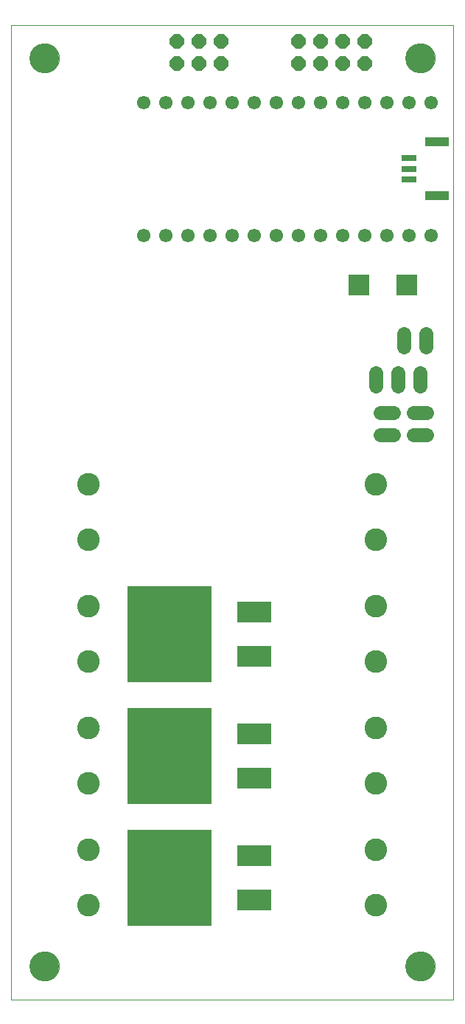
<source format=gbs>
G75*
%MOIN*%
%OFA0B0*%
%FSLAX25Y25*%
%IPPOS*%
%LPD*%
%AMOC8*
5,1,8,0,0,1.08239X$1,22.5*
%
%ADD10C,0.00300*%
%ADD11C,0.10243*%
%ADD12R,0.15400X0.09534*%
%ADD13R,0.38392X0.43707*%
%ADD14R,0.09400X0.09400*%
%ADD15OC8,0.06400*%
%ADD16C,0.06400*%
%ADD17C,0.06100*%
%ADD18C,0.00000*%
%ADD19C,0.13400*%
%ADD20R,0.07093X0.02762*%
%ADD21R,0.11030X0.04337*%
D10*
X0255000Y0285000D02*
X0455000Y0285000D01*
X0455000Y0725000D01*
X0255000Y0725000D01*
X0255000Y0285000D01*
D11*
X0290000Y0327500D03*
X0290000Y0352500D03*
X0290000Y0382500D03*
X0290000Y0407500D03*
X0290000Y0437500D03*
X0290000Y0462500D03*
X0290000Y0492500D03*
X0290000Y0517500D03*
X0420000Y0517500D03*
X0420000Y0492500D03*
X0420000Y0462500D03*
X0420000Y0437500D03*
X0420000Y0407500D03*
X0420000Y0382500D03*
X0420000Y0352500D03*
X0420000Y0327500D03*
D12*
X0364882Y0330000D03*
X0364882Y0350000D03*
X0364882Y0385000D03*
X0364882Y0405000D03*
X0364882Y0440000D03*
X0364882Y0460000D03*
D13*
X0326614Y0450000D03*
X0326614Y0395000D03*
X0326614Y0340000D03*
D14*
X0412275Y0607500D03*
X0433975Y0607500D03*
D15*
X0415000Y0707500D03*
X0415000Y0717500D03*
X0405000Y0717500D03*
X0405000Y0707500D03*
X0395000Y0707500D03*
X0395000Y0717500D03*
X0385000Y0717500D03*
X0385000Y0707500D03*
X0350000Y0707500D03*
X0350000Y0717500D03*
X0340000Y0717500D03*
X0340000Y0707500D03*
X0330000Y0707500D03*
X0330000Y0717500D03*
D16*
X0432500Y0585500D02*
X0432500Y0579500D01*
X0430000Y0568000D02*
X0430000Y0562000D01*
X0440000Y0562000D02*
X0440000Y0568000D01*
X0442500Y0579500D02*
X0442500Y0585500D01*
X0420000Y0568000D02*
X0420000Y0562000D01*
X0422000Y0550000D02*
X0428000Y0550000D01*
X0437000Y0550000D02*
X0443000Y0550000D01*
X0443000Y0540000D02*
X0437000Y0540000D01*
X0428000Y0540000D02*
X0422000Y0540000D01*
D17*
X0425000Y0630000D03*
X0415000Y0630000D03*
X0405000Y0630000D03*
X0395000Y0630000D03*
X0385000Y0630000D03*
X0375000Y0630000D03*
X0365000Y0630000D03*
X0355000Y0630000D03*
X0345000Y0630000D03*
X0335000Y0630000D03*
X0325000Y0630000D03*
X0315000Y0630000D03*
X0315000Y0690000D03*
X0325000Y0690000D03*
X0335000Y0690000D03*
X0345000Y0690000D03*
X0355000Y0690000D03*
X0365000Y0690000D03*
X0375000Y0690000D03*
X0385000Y0690000D03*
X0395000Y0690000D03*
X0405000Y0690000D03*
X0415000Y0690000D03*
X0425000Y0690000D03*
X0435000Y0690000D03*
X0445000Y0690000D03*
X0445000Y0630000D03*
X0435000Y0630000D03*
D18*
X0433500Y0710000D02*
X0433502Y0710161D01*
X0433508Y0710321D01*
X0433518Y0710482D01*
X0433532Y0710642D01*
X0433550Y0710802D01*
X0433571Y0710961D01*
X0433597Y0711120D01*
X0433627Y0711278D01*
X0433660Y0711435D01*
X0433698Y0711592D01*
X0433739Y0711747D01*
X0433784Y0711901D01*
X0433833Y0712054D01*
X0433886Y0712206D01*
X0433942Y0712357D01*
X0434003Y0712506D01*
X0434066Y0712654D01*
X0434134Y0712800D01*
X0434205Y0712944D01*
X0434279Y0713086D01*
X0434357Y0713227D01*
X0434439Y0713365D01*
X0434524Y0713502D01*
X0434612Y0713636D01*
X0434704Y0713768D01*
X0434799Y0713898D01*
X0434897Y0714026D01*
X0434998Y0714151D01*
X0435102Y0714273D01*
X0435209Y0714393D01*
X0435319Y0714510D01*
X0435432Y0714625D01*
X0435548Y0714736D01*
X0435667Y0714845D01*
X0435788Y0714950D01*
X0435912Y0715053D01*
X0436038Y0715153D01*
X0436166Y0715249D01*
X0436297Y0715342D01*
X0436431Y0715432D01*
X0436566Y0715519D01*
X0436704Y0715602D01*
X0436843Y0715682D01*
X0436985Y0715758D01*
X0437128Y0715831D01*
X0437273Y0715900D01*
X0437420Y0715966D01*
X0437568Y0716028D01*
X0437718Y0716086D01*
X0437869Y0716141D01*
X0438022Y0716192D01*
X0438176Y0716239D01*
X0438331Y0716282D01*
X0438487Y0716321D01*
X0438643Y0716357D01*
X0438801Y0716388D01*
X0438959Y0716416D01*
X0439118Y0716440D01*
X0439278Y0716460D01*
X0439438Y0716476D01*
X0439598Y0716488D01*
X0439759Y0716496D01*
X0439920Y0716500D01*
X0440080Y0716500D01*
X0440241Y0716496D01*
X0440402Y0716488D01*
X0440562Y0716476D01*
X0440722Y0716460D01*
X0440882Y0716440D01*
X0441041Y0716416D01*
X0441199Y0716388D01*
X0441357Y0716357D01*
X0441513Y0716321D01*
X0441669Y0716282D01*
X0441824Y0716239D01*
X0441978Y0716192D01*
X0442131Y0716141D01*
X0442282Y0716086D01*
X0442432Y0716028D01*
X0442580Y0715966D01*
X0442727Y0715900D01*
X0442872Y0715831D01*
X0443015Y0715758D01*
X0443157Y0715682D01*
X0443296Y0715602D01*
X0443434Y0715519D01*
X0443569Y0715432D01*
X0443703Y0715342D01*
X0443834Y0715249D01*
X0443962Y0715153D01*
X0444088Y0715053D01*
X0444212Y0714950D01*
X0444333Y0714845D01*
X0444452Y0714736D01*
X0444568Y0714625D01*
X0444681Y0714510D01*
X0444791Y0714393D01*
X0444898Y0714273D01*
X0445002Y0714151D01*
X0445103Y0714026D01*
X0445201Y0713898D01*
X0445296Y0713768D01*
X0445388Y0713636D01*
X0445476Y0713502D01*
X0445561Y0713365D01*
X0445643Y0713227D01*
X0445721Y0713086D01*
X0445795Y0712944D01*
X0445866Y0712800D01*
X0445934Y0712654D01*
X0445997Y0712506D01*
X0446058Y0712357D01*
X0446114Y0712206D01*
X0446167Y0712054D01*
X0446216Y0711901D01*
X0446261Y0711747D01*
X0446302Y0711592D01*
X0446340Y0711435D01*
X0446373Y0711278D01*
X0446403Y0711120D01*
X0446429Y0710961D01*
X0446450Y0710802D01*
X0446468Y0710642D01*
X0446482Y0710482D01*
X0446492Y0710321D01*
X0446498Y0710161D01*
X0446500Y0710000D01*
X0446498Y0709839D01*
X0446492Y0709679D01*
X0446482Y0709518D01*
X0446468Y0709358D01*
X0446450Y0709198D01*
X0446429Y0709039D01*
X0446403Y0708880D01*
X0446373Y0708722D01*
X0446340Y0708565D01*
X0446302Y0708408D01*
X0446261Y0708253D01*
X0446216Y0708099D01*
X0446167Y0707946D01*
X0446114Y0707794D01*
X0446058Y0707643D01*
X0445997Y0707494D01*
X0445934Y0707346D01*
X0445866Y0707200D01*
X0445795Y0707056D01*
X0445721Y0706914D01*
X0445643Y0706773D01*
X0445561Y0706635D01*
X0445476Y0706498D01*
X0445388Y0706364D01*
X0445296Y0706232D01*
X0445201Y0706102D01*
X0445103Y0705974D01*
X0445002Y0705849D01*
X0444898Y0705727D01*
X0444791Y0705607D01*
X0444681Y0705490D01*
X0444568Y0705375D01*
X0444452Y0705264D01*
X0444333Y0705155D01*
X0444212Y0705050D01*
X0444088Y0704947D01*
X0443962Y0704847D01*
X0443834Y0704751D01*
X0443703Y0704658D01*
X0443569Y0704568D01*
X0443434Y0704481D01*
X0443296Y0704398D01*
X0443157Y0704318D01*
X0443015Y0704242D01*
X0442872Y0704169D01*
X0442727Y0704100D01*
X0442580Y0704034D01*
X0442432Y0703972D01*
X0442282Y0703914D01*
X0442131Y0703859D01*
X0441978Y0703808D01*
X0441824Y0703761D01*
X0441669Y0703718D01*
X0441513Y0703679D01*
X0441357Y0703643D01*
X0441199Y0703612D01*
X0441041Y0703584D01*
X0440882Y0703560D01*
X0440722Y0703540D01*
X0440562Y0703524D01*
X0440402Y0703512D01*
X0440241Y0703504D01*
X0440080Y0703500D01*
X0439920Y0703500D01*
X0439759Y0703504D01*
X0439598Y0703512D01*
X0439438Y0703524D01*
X0439278Y0703540D01*
X0439118Y0703560D01*
X0438959Y0703584D01*
X0438801Y0703612D01*
X0438643Y0703643D01*
X0438487Y0703679D01*
X0438331Y0703718D01*
X0438176Y0703761D01*
X0438022Y0703808D01*
X0437869Y0703859D01*
X0437718Y0703914D01*
X0437568Y0703972D01*
X0437420Y0704034D01*
X0437273Y0704100D01*
X0437128Y0704169D01*
X0436985Y0704242D01*
X0436843Y0704318D01*
X0436704Y0704398D01*
X0436566Y0704481D01*
X0436431Y0704568D01*
X0436297Y0704658D01*
X0436166Y0704751D01*
X0436038Y0704847D01*
X0435912Y0704947D01*
X0435788Y0705050D01*
X0435667Y0705155D01*
X0435548Y0705264D01*
X0435432Y0705375D01*
X0435319Y0705490D01*
X0435209Y0705607D01*
X0435102Y0705727D01*
X0434998Y0705849D01*
X0434897Y0705974D01*
X0434799Y0706102D01*
X0434704Y0706232D01*
X0434612Y0706364D01*
X0434524Y0706498D01*
X0434439Y0706635D01*
X0434357Y0706773D01*
X0434279Y0706914D01*
X0434205Y0707056D01*
X0434134Y0707200D01*
X0434066Y0707346D01*
X0434003Y0707494D01*
X0433942Y0707643D01*
X0433886Y0707794D01*
X0433833Y0707946D01*
X0433784Y0708099D01*
X0433739Y0708253D01*
X0433698Y0708408D01*
X0433660Y0708565D01*
X0433627Y0708722D01*
X0433597Y0708880D01*
X0433571Y0709039D01*
X0433550Y0709198D01*
X0433532Y0709358D01*
X0433518Y0709518D01*
X0433508Y0709679D01*
X0433502Y0709839D01*
X0433500Y0710000D01*
X0263500Y0710000D02*
X0263502Y0710161D01*
X0263508Y0710321D01*
X0263518Y0710482D01*
X0263532Y0710642D01*
X0263550Y0710802D01*
X0263571Y0710961D01*
X0263597Y0711120D01*
X0263627Y0711278D01*
X0263660Y0711435D01*
X0263698Y0711592D01*
X0263739Y0711747D01*
X0263784Y0711901D01*
X0263833Y0712054D01*
X0263886Y0712206D01*
X0263942Y0712357D01*
X0264003Y0712506D01*
X0264066Y0712654D01*
X0264134Y0712800D01*
X0264205Y0712944D01*
X0264279Y0713086D01*
X0264357Y0713227D01*
X0264439Y0713365D01*
X0264524Y0713502D01*
X0264612Y0713636D01*
X0264704Y0713768D01*
X0264799Y0713898D01*
X0264897Y0714026D01*
X0264998Y0714151D01*
X0265102Y0714273D01*
X0265209Y0714393D01*
X0265319Y0714510D01*
X0265432Y0714625D01*
X0265548Y0714736D01*
X0265667Y0714845D01*
X0265788Y0714950D01*
X0265912Y0715053D01*
X0266038Y0715153D01*
X0266166Y0715249D01*
X0266297Y0715342D01*
X0266431Y0715432D01*
X0266566Y0715519D01*
X0266704Y0715602D01*
X0266843Y0715682D01*
X0266985Y0715758D01*
X0267128Y0715831D01*
X0267273Y0715900D01*
X0267420Y0715966D01*
X0267568Y0716028D01*
X0267718Y0716086D01*
X0267869Y0716141D01*
X0268022Y0716192D01*
X0268176Y0716239D01*
X0268331Y0716282D01*
X0268487Y0716321D01*
X0268643Y0716357D01*
X0268801Y0716388D01*
X0268959Y0716416D01*
X0269118Y0716440D01*
X0269278Y0716460D01*
X0269438Y0716476D01*
X0269598Y0716488D01*
X0269759Y0716496D01*
X0269920Y0716500D01*
X0270080Y0716500D01*
X0270241Y0716496D01*
X0270402Y0716488D01*
X0270562Y0716476D01*
X0270722Y0716460D01*
X0270882Y0716440D01*
X0271041Y0716416D01*
X0271199Y0716388D01*
X0271357Y0716357D01*
X0271513Y0716321D01*
X0271669Y0716282D01*
X0271824Y0716239D01*
X0271978Y0716192D01*
X0272131Y0716141D01*
X0272282Y0716086D01*
X0272432Y0716028D01*
X0272580Y0715966D01*
X0272727Y0715900D01*
X0272872Y0715831D01*
X0273015Y0715758D01*
X0273157Y0715682D01*
X0273296Y0715602D01*
X0273434Y0715519D01*
X0273569Y0715432D01*
X0273703Y0715342D01*
X0273834Y0715249D01*
X0273962Y0715153D01*
X0274088Y0715053D01*
X0274212Y0714950D01*
X0274333Y0714845D01*
X0274452Y0714736D01*
X0274568Y0714625D01*
X0274681Y0714510D01*
X0274791Y0714393D01*
X0274898Y0714273D01*
X0275002Y0714151D01*
X0275103Y0714026D01*
X0275201Y0713898D01*
X0275296Y0713768D01*
X0275388Y0713636D01*
X0275476Y0713502D01*
X0275561Y0713365D01*
X0275643Y0713227D01*
X0275721Y0713086D01*
X0275795Y0712944D01*
X0275866Y0712800D01*
X0275934Y0712654D01*
X0275997Y0712506D01*
X0276058Y0712357D01*
X0276114Y0712206D01*
X0276167Y0712054D01*
X0276216Y0711901D01*
X0276261Y0711747D01*
X0276302Y0711592D01*
X0276340Y0711435D01*
X0276373Y0711278D01*
X0276403Y0711120D01*
X0276429Y0710961D01*
X0276450Y0710802D01*
X0276468Y0710642D01*
X0276482Y0710482D01*
X0276492Y0710321D01*
X0276498Y0710161D01*
X0276500Y0710000D01*
X0276498Y0709839D01*
X0276492Y0709679D01*
X0276482Y0709518D01*
X0276468Y0709358D01*
X0276450Y0709198D01*
X0276429Y0709039D01*
X0276403Y0708880D01*
X0276373Y0708722D01*
X0276340Y0708565D01*
X0276302Y0708408D01*
X0276261Y0708253D01*
X0276216Y0708099D01*
X0276167Y0707946D01*
X0276114Y0707794D01*
X0276058Y0707643D01*
X0275997Y0707494D01*
X0275934Y0707346D01*
X0275866Y0707200D01*
X0275795Y0707056D01*
X0275721Y0706914D01*
X0275643Y0706773D01*
X0275561Y0706635D01*
X0275476Y0706498D01*
X0275388Y0706364D01*
X0275296Y0706232D01*
X0275201Y0706102D01*
X0275103Y0705974D01*
X0275002Y0705849D01*
X0274898Y0705727D01*
X0274791Y0705607D01*
X0274681Y0705490D01*
X0274568Y0705375D01*
X0274452Y0705264D01*
X0274333Y0705155D01*
X0274212Y0705050D01*
X0274088Y0704947D01*
X0273962Y0704847D01*
X0273834Y0704751D01*
X0273703Y0704658D01*
X0273569Y0704568D01*
X0273434Y0704481D01*
X0273296Y0704398D01*
X0273157Y0704318D01*
X0273015Y0704242D01*
X0272872Y0704169D01*
X0272727Y0704100D01*
X0272580Y0704034D01*
X0272432Y0703972D01*
X0272282Y0703914D01*
X0272131Y0703859D01*
X0271978Y0703808D01*
X0271824Y0703761D01*
X0271669Y0703718D01*
X0271513Y0703679D01*
X0271357Y0703643D01*
X0271199Y0703612D01*
X0271041Y0703584D01*
X0270882Y0703560D01*
X0270722Y0703540D01*
X0270562Y0703524D01*
X0270402Y0703512D01*
X0270241Y0703504D01*
X0270080Y0703500D01*
X0269920Y0703500D01*
X0269759Y0703504D01*
X0269598Y0703512D01*
X0269438Y0703524D01*
X0269278Y0703540D01*
X0269118Y0703560D01*
X0268959Y0703584D01*
X0268801Y0703612D01*
X0268643Y0703643D01*
X0268487Y0703679D01*
X0268331Y0703718D01*
X0268176Y0703761D01*
X0268022Y0703808D01*
X0267869Y0703859D01*
X0267718Y0703914D01*
X0267568Y0703972D01*
X0267420Y0704034D01*
X0267273Y0704100D01*
X0267128Y0704169D01*
X0266985Y0704242D01*
X0266843Y0704318D01*
X0266704Y0704398D01*
X0266566Y0704481D01*
X0266431Y0704568D01*
X0266297Y0704658D01*
X0266166Y0704751D01*
X0266038Y0704847D01*
X0265912Y0704947D01*
X0265788Y0705050D01*
X0265667Y0705155D01*
X0265548Y0705264D01*
X0265432Y0705375D01*
X0265319Y0705490D01*
X0265209Y0705607D01*
X0265102Y0705727D01*
X0264998Y0705849D01*
X0264897Y0705974D01*
X0264799Y0706102D01*
X0264704Y0706232D01*
X0264612Y0706364D01*
X0264524Y0706498D01*
X0264439Y0706635D01*
X0264357Y0706773D01*
X0264279Y0706914D01*
X0264205Y0707056D01*
X0264134Y0707200D01*
X0264066Y0707346D01*
X0264003Y0707494D01*
X0263942Y0707643D01*
X0263886Y0707794D01*
X0263833Y0707946D01*
X0263784Y0708099D01*
X0263739Y0708253D01*
X0263698Y0708408D01*
X0263660Y0708565D01*
X0263627Y0708722D01*
X0263597Y0708880D01*
X0263571Y0709039D01*
X0263550Y0709198D01*
X0263532Y0709358D01*
X0263518Y0709518D01*
X0263508Y0709679D01*
X0263502Y0709839D01*
X0263500Y0710000D01*
X0263500Y0300000D02*
X0263502Y0300161D01*
X0263508Y0300321D01*
X0263518Y0300482D01*
X0263532Y0300642D01*
X0263550Y0300802D01*
X0263571Y0300961D01*
X0263597Y0301120D01*
X0263627Y0301278D01*
X0263660Y0301435D01*
X0263698Y0301592D01*
X0263739Y0301747D01*
X0263784Y0301901D01*
X0263833Y0302054D01*
X0263886Y0302206D01*
X0263942Y0302357D01*
X0264003Y0302506D01*
X0264066Y0302654D01*
X0264134Y0302800D01*
X0264205Y0302944D01*
X0264279Y0303086D01*
X0264357Y0303227D01*
X0264439Y0303365D01*
X0264524Y0303502D01*
X0264612Y0303636D01*
X0264704Y0303768D01*
X0264799Y0303898D01*
X0264897Y0304026D01*
X0264998Y0304151D01*
X0265102Y0304273D01*
X0265209Y0304393D01*
X0265319Y0304510D01*
X0265432Y0304625D01*
X0265548Y0304736D01*
X0265667Y0304845D01*
X0265788Y0304950D01*
X0265912Y0305053D01*
X0266038Y0305153D01*
X0266166Y0305249D01*
X0266297Y0305342D01*
X0266431Y0305432D01*
X0266566Y0305519D01*
X0266704Y0305602D01*
X0266843Y0305682D01*
X0266985Y0305758D01*
X0267128Y0305831D01*
X0267273Y0305900D01*
X0267420Y0305966D01*
X0267568Y0306028D01*
X0267718Y0306086D01*
X0267869Y0306141D01*
X0268022Y0306192D01*
X0268176Y0306239D01*
X0268331Y0306282D01*
X0268487Y0306321D01*
X0268643Y0306357D01*
X0268801Y0306388D01*
X0268959Y0306416D01*
X0269118Y0306440D01*
X0269278Y0306460D01*
X0269438Y0306476D01*
X0269598Y0306488D01*
X0269759Y0306496D01*
X0269920Y0306500D01*
X0270080Y0306500D01*
X0270241Y0306496D01*
X0270402Y0306488D01*
X0270562Y0306476D01*
X0270722Y0306460D01*
X0270882Y0306440D01*
X0271041Y0306416D01*
X0271199Y0306388D01*
X0271357Y0306357D01*
X0271513Y0306321D01*
X0271669Y0306282D01*
X0271824Y0306239D01*
X0271978Y0306192D01*
X0272131Y0306141D01*
X0272282Y0306086D01*
X0272432Y0306028D01*
X0272580Y0305966D01*
X0272727Y0305900D01*
X0272872Y0305831D01*
X0273015Y0305758D01*
X0273157Y0305682D01*
X0273296Y0305602D01*
X0273434Y0305519D01*
X0273569Y0305432D01*
X0273703Y0305342D01*
X0273834Y0305249D01*
X0273962Y0305153D01*
X0274088Y0305053D01*
X0274212Y0304950D01*
X0274333Y0304845D01*
X0274452Y0304736D01*
X0274568Y0304625D01*
X0274681Y0304510D01*
X0274791Y0304393D01*
X0274898Y0304273D01*
X0275002Y0304151D01*
X0275103Y0304026D01*
X0275201Y0303898D01*
X0275296Y0303768D01*
X0275388Y0303636D01*
X0275476Y0303502D01*
X0275561Y0303365D01*
X0275643Y0303227D01*
X0275721Y0303086D01*
X0275795Y0302944D01*
X0275866Y0302800D01*
X0275934Y0302654D01*
X0275997Y0302506D01*
X0276058Y0302357D01*
X0276114Y0302206D01*
X0276167Y0302054D01*
X0276216Y0301901D01*
X0276261Y0301747D01*
X0276302Y0301592D01*
X0276340Y0301435D01*
X0276373Y0301278D01*
X0276403Y0301120D01*
X0276429Y0300961D01*
X0276450Y0300802D01*
X0276468Y0300642D01*
X0276482Y0300482D01*
X0276492Y0300321D01*
X0276498Y0300161D01*
X0276500Y0300000D01*
X0276498Y0299839D01*
X0276492Y0299679D01*
X0276482Y0299518D01*
X0276468Y0299358D01*
X0276450Y0299198D01*
X0276429Y0299039D01*
X0276403Y0298880D01*
X0276373Y0298722D01*
X0276340Y0298565D01*
X0276302Y0298408D01*
X0276261Y0298253D01*
X0276216Y0298099D01*
X0276167Y0297946D01*
X0276114Y0297794D01*
X0276058Y0297643D01*
X0275997Y0297494D01*
X0275934Y0297346D01*
X0275866Y0297200D01*
X0275795Y0297056D01*
X0275721Y0296914D01*
X0275643Y0296773D01*
X0275561Y0296635D01*
X0275476Y0296498D01*
X0275388Y0296364D01*
X0275296Y0296232D01*
X0275201Y0296102D01*
X0275103Y0295974D01*
X0275002Y0295849D01*
X0274898Y0295727D01*
X0274791Y0295607D01*
X0274681Y0295490D01*
X0274568Y0295375D01*
X0274452Y0295264D01*
X0274333Y0295155D01*
X0274212Y0295050D01*
X0274088Y0294947D01*
X0273962Y0294847D01*
X0273834Y0294751D01*
X0273703Y0294658D01*
X0273569Y0294568D01*
X0273434Y0294481D01*
X0273296Y0294398D01*
X0273157Y0294318D01*
X0273015Y0294242D01*
X0272872Y0294169D01*
X0272727Y0294100D01*
X0272580Y0294034D01*
X0272432Y0293972D01*
X0272282Y0293914D01*
X0272131Y0293859D01*
X0271978Y0293808D01*
X0271824Y0293761D01*
X0271669Y0293718D01*
X0271513Y0293679D01*
X0271357Y0293643D01*
X0271199Y0293612D01*
X0271041Y0293584D01*
X0270882Y0293560D01*
X0270722Y0293540D01*
X0270562Y0293524D01*
X0270402Y0293512D01*
X0270241Y0293504D01*
X0270080Y0293500D01*
X0269920Y0293500D01*
X0269759Y0293504D01*
X0269598Y0293512D01*
X0269438Y0293524D01*
X0269278Y0293540D01*
X0269118Y0293560D01*
X0268959Y0293584D01*
X0268801Y0293612D01*
X0268643Y0293643D01*
X0268487Y0293679D01*
X0268331Y0293718D01*
X0268176Y0293761D01*
X0268022Y0293808D01*
X0267869Y0293859D01*
X0267718Y0293914D01*
X0267568Y0293972D01*
X0267420Y0294034D01*
X0267273Y0294100D01*
X0267128Y0294169D01*
X0266985Y0294242D01*
X0266843Y0294318D01*
X0266704Y0294398D01*
X0266566Y0294481D01*
X0266431Y0294568D01*
X0266297Y0294658D01*
X0266166Y0294751D01*
X0266038Y0294847D01*
X0265912Y0294947D01*
X0265788Y0295050D01*
X0265667Y0295155D01*
X0265548Y0295264D01*
X0265432Y0295375D01*
X0265319Y0295490D01*
X0265209Y0295607D01*
X0265102Y0295727D01*
X0264998Y0295849D01*
X0264897Y0295974D01*
X0264799Y0296102D01*
X0264704Y0296232D01*
X0264612Y0296364D01*
X0264524Y0296498D01*
X0264439Y0296635D01*
X0264357Y0296773D01*
X0264279Y0296914D01*
X0264205Y0297056D01*
X0264134Y0297200D01*
X0264066Y0297346D01*
X0264003Y0297494D01*
X0263942Y0297643D01*
X0263886Y0297794D01*
X0263833Y0297946D01*
X0263784Y0298099D01*
X0263739Y0298253D01*
X0263698Y0298408D01*
X0263660Y0298565D01*
X0263627Y0298722D01*
X0263597Y0298880D01*
X0263571Y0299039D01*
X0263550Y0299198D01*
X0263532Y0299358D01*
X0263518Y0299518D01*
X0263508Y0299679D01*
X0263502Y0299839D01*
X0263500Y0300000D01*
X0433500Y0300000D02*
X0433502Y0300161D01*
X0433508Y0300321D01*
X0433518Y0300482D01*
X0433532Y0300642D01*
X0433550Y0300802D01*
X0433571Y0300961D01*
X0433597Y0301120D01*
X0433627Y0301278D01*
X0433660Y0301435D01*
X0433698Y0301592D01*
X0433739Y0301747D01*
X0433784Y0301901D01*
X0433833Y0302054D01*
X0433886Y0302206D01*
X0433942Y0302357D01*
X0434003Y0302506D01*
X0434066Y0302654D01*
X0434134Y0302800D01*
X0434205Y0302944D01*
X0434279Y0303086D01*
X0434357Y0303227D01*
X0434439Y0303365D01*
X0434524Y0303502D01*
X0434612Y0303636D01*
X0434704Y0303768D01*
X0434799Y0303898D01*
X0434897Y0304026D01*
X0434998Y0304151D01*
X0435102Y0304273D01*
X0435209Y0304393D01*
X0435319Y0304510D01*
X0435432Y0304625D01*
X0435548Y0304736D01*
X0435667Y0304845D01*
X0435788Y0304950D01*
X0435912Y0305053D01*
X0436038Y0305153D01*
X0436166Y0305249D01*
X0436297Y0305342D01*
X0436431Y0305432D01*
X0436566Y0305519D01*
X0436704Y0305602D01*
X0436843Y0305682D01*
X0436985Y0305758D01*
X0437128Y0305831D01*
X0437273Y0305900D01*
X0437420Y0305966D01*
X0437568Y0306028D01*
X0437718Y0306086D01*
X0437869Y0306141D01*
X0438022Y0306192D01*
X0438176Y0306239D01*
X0438331Y0306282D01*
X0438487Y0306321D01*
X0438643Y0306357D01*
X0438801Y0306388D01*
X0438959Y0306416D01*
X0439118Y0306440D01*
X0439278Y0306460D01*
X0439438Y0306476D01*
X0439598Y0306488D01*
X0439759Y0306496D01*
X0439920Y0306500D01*
X0440080Y0306500D01*
X0440241Y0306496D01*
X0440402Y0306488D01*
X0440562Y0306476D01*
X0440722Y0306460D01*
X0440882Y0306440D01*
X0441041Y0306416D01*
X0441199Y0306388D01*
X0441357Y0306357D01*
X0441513Y0306321D01*
X0441669Y0306282D01*
X0441824Y0306239D01*
X0441978Y0306192D01*
X0442131Y0306141D01*
X0442282Y0306086D01*
X0442432Y0306028D01*
X0442580Y0305966D01*
X0442727Y0305900D01*
X0442872Y0305831D01*
X0443015Y0305758D01*
X0443157Y0305682D01*
X0443296Y0305602D01*
X0443434Y0305519D01*
X0443569Y0305432D01*
X0443703Y0305342D01*
X0443834Y0305249D01*
X0443962Y0305153D01*
X0444088Y0305053D01*
X0444212Y0304950D01*
X0444333Y0304845D01*
X0444452Y0304736D01*
X0444568Y0304625D01*
X0444681Y0304510D01*
X0444791Y0304393D01*
X0444898Y0304273D01*
X0445002Y0304151D01*
X0445103Y0304026D01*
X0445201Y0303898D01*
X0445296Y0303768D01*
X0445388Y0303636D01*
X0445476Y0303502D01*
X0445561Y0303365D01*
X0445643Y0303227D01*
X0445721Y0303086D01*
X0445795Y0302944D01*
X0445866Y0302800D01*
X0445934Y0302654D01*
X0445997Y0302506D01*
X0446058Y0302357D01*
X0446114Y0302206D01*
X0446167Y0302054D01*
X0446216Y0301901D01*
X0446261Y0301747D01*
X0446302Y0301592D01*
X0446340Y0301435D01*
X0446373Y0301278D01*
X0446403Y0301120D01*
X0446429Y0300961D01*
X0446450Y0300802D01*
X0446468Y0300642D01*
X0446482Y0300482D01*
X0446492Y0300321D01*
X0446498Y0300161D01*
X0446500Y0300000D01*
X0446498Y0299839D01*
X0446492Y0299679D01*
X0446482Y0299518D01*
X0446468Y0299358D01*
X0446450Y0299198D01*
X0446429Y0299039D01*
X0446403Y0298880D01*
X0446373Y0298722D01*
X0446340Y0298565D01*
X0446302Y0298408D01*
X0446261Y0298253D01*
X0446216Y0298099D01*
X0446167Y0297946D01*
X0446114Y0297794D01*
X0446058Y0297643D01*
X0445997Y0297494D01*
X0445934Y0297346D01*
X0445866Y0297200D01*
X0445795Y0297056D01*
X0445721Y0296914D01*
X0445643Y0296773D01*
X0445561Y0296635D01*
X0445476Y0296498D01*
X0445388Y0296364D01*
X0445296Y0296232D01*
X0445201Y0296102D01*
X0445103Y0295974D01*
X0445002Y0295849D01*
X0444898Y0295727D01*
X0444791Y0295607D01*
X0444681Y0295490D01*
X0444568Y0295375D01*
X0444452Y0295264D01*
X0444333Y0295155D01*
X0444212Y0295050D01*
X0444088Y0294947D01*
X0443962Y0294847D01*
X0443834Y0294751D01*
X0443703Y0294658D01*
X0443569Y0294568D01*
X0443434Y0294481D01*
X0443296Y0294398D01*
X0443157Y0294318D01*
X0443015Y0294242D01*
X0442872Y0294169D01*
X0442727Y0294100D01*
X0442580Y0294034D01*
X0442432Y0293972D01*
X0442282Y0293914D01*
X0442131Y0293859D01*
X0441978Y0293808D01*
X0441824Y0293761D01*
X0441669Y0293718D01*
X0441513Y0293679D01*
X0441357Y0293643D01*
X0441199Y0293612D01*
X0441041Y0293584D01*
X0440882Y0293560D01*
X0440722Y0293540D01*
X0440562Y0293524D01*
X0440402Y0293512D01*
X0440241Y0293504D01*
X0440080Y0293500D01*
X0439920Y0293500D01*
X0439759Y0293504D01*
X0439598Y0293512D01*
X0439438Y0293524D01*
X0439278Y0293540D01*
X0439118Y0293560D01*
X0438959Y0293584D01*
X0438801Y0293612D01*
X0438643Y0293643D01*
X0438487Y0293679D01*
X0438331Y0293718D01*
X0438176Y0293761D01*
X0438022Y0293808D01*
X0437869Y0293859D01*
X0437718Y0293914D01*
X0437568Y0293972D01*
X0437420Y0294034D01*
X0437273Y0294100D01*
X0437128Y0294169D01*
X0436985Y0294242D01*
X0436843Y0294318D01*
X0436704Y0294398D01*
X0436566Y0294481D01*
X0436431Y0294568D01*
X0436297Y0294658D01*
X0436166Y0294751D01*
X0436038Y0294847D01*
X0435912Y0294947D01*
X0435788Y0295050D01*
X0435667Y0295155D01*
X0435548Y0295264D01*
X0435432Y0295375D01*
X0435319Y0295490D01*
X0435209Y0295607D01*
X0435102Y0295727D01*
X0434998Y0295849D01*
X0434897Y0295974D01*
X0434799Y0296102D01*
X0434704Y0296232D01*
X0434612Y0296364D01*
X0434524Y0296498D01*
X0434439Y0296635D01*
X0434357Y0296773D01*
X0434279Y0296914D01*
X0434205Y0297056D01*
X0434134Y0297200D01*
X0434066Y0297346D01*
X0434003Y0297494D01*
X0433942Y0297643D01*
X0433886Y0297794D01*
X0433833Y0297946D01*
X0433784Y0298099D01*
X0433739Y0298253D01*
X0433698Y0298408D01*
X0433660Y0298565D01*
X0433627Y0298722D01*
X0433597Y0298880D01*
X0433571Y0299039D01*
X0433550Y0299198D01*
X0433532Y0299358D01*
X0433518Y0299518D01*
X0433508Y0299679D01*
X0433502Y0299839D01*
X0433500Y0300000D01*
D19*
X0440000Y0300000D03*
X0270000Y0300000D03*
X0270000Y0710000D03*
X0440000Y0710000D03*
D20*
X0434779Y0664921D03*
X0434779Y0660000D03*
X0434779Y0655079D03*
D21*
X0447377Y0647795D03*
X0447377Y0672205D03*
M02*

</source>
